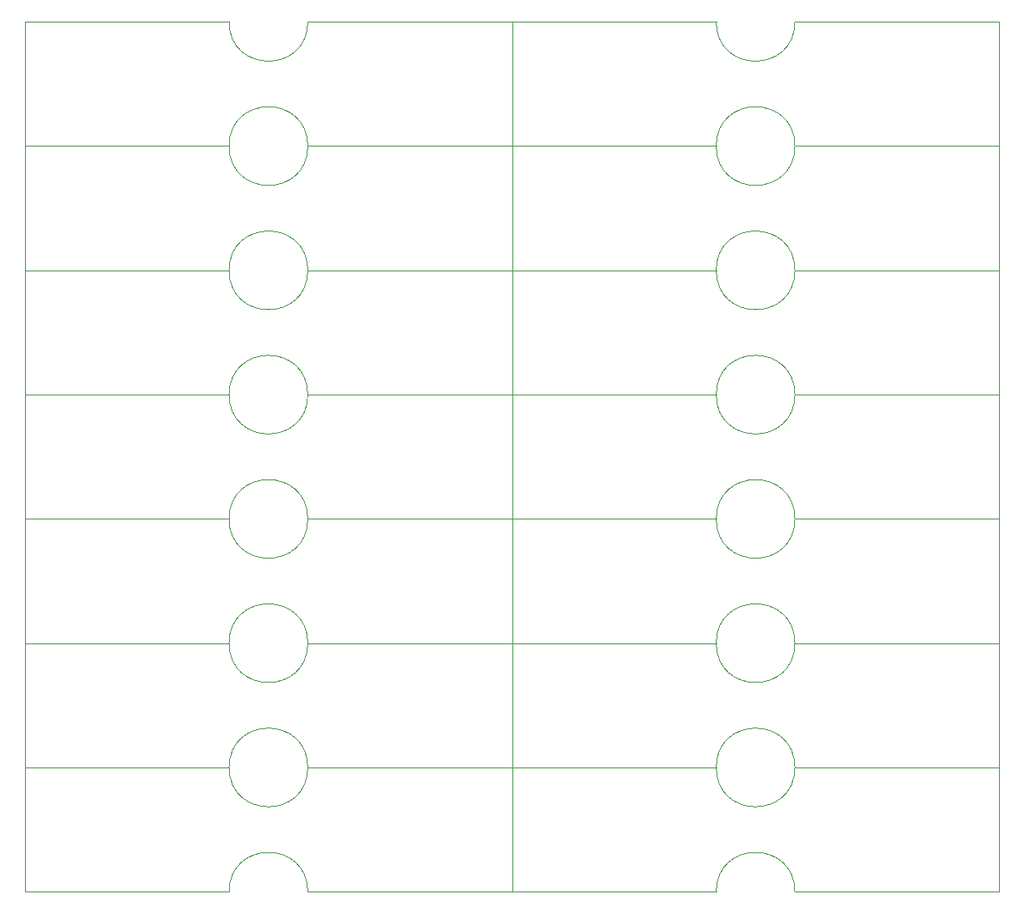
<source format=gbr>
%TF.GenerationSoftware,KiCad,Pcbnew,6.0.11-2627ca5db0~126~ubuntu20.04.1*%
%TF.CreationDate,2024-03-14T23:27:01-05:00*%
%TF.ProjectId,,58585858-5858-4585-9858-585858585858,rev?*%
%TF.SameCoordinates,Original*%
%TF.FileFunction,Paste,Bot*%
%TF.FilePolarity,Positive*%
%FSLAX46Y46*%
G04 Gerber Fmt 4.6, Leading zero omitted, Abs format (unit mm)*
G04 Created by KiCad (PCBNEW 6.0.11-2627ca5db0~126~ubuntu20.04.1) date 2024-03-14 23:27:01*
%MOMM*%
%LPD*%
G01*
G04 APERTURE LIST*
%TA.AperFunction,Profile*%
%ADD10C,0.100000*%
%TD*%
G04 APERTURE END LIST*
D10*
X152800000Y-131262800D02*
G75*
G03*
X160800000Y-131262800I4000000J0D01*
G01*
X181550000Y-131262800D02*
X181550000Y-143902800D01*
X160800000Y-131262800D02*
X181550000Y-131262800D01*
X132050000Y-131262800D02*
X132050000Y-143902800D01*
X160800000Y-143902800D02*
X181550000Y-143902800D01*
X132050000Y-143902800D02*
X152800000Y-143902800D01*
X160800000Y-143902800D02*
G75*
G03*
X152800000Y-143902800I-4000000J0D01*
G01*
X132050000Y-131262800D02*
X152800000Y-131262800D01*
X103300000Y-131262800D02*
G75*
G03*
X111300000Y-131262800I4000000J0D01*
G01*
X132050000Y-131262800D02*
X132050000Y-143902800D01*
X111300000Y-131262800D02*
X132050000Y-131262800D01*
X82550000Y-131262800D02*
X82550000Y-143902800D01*
X111300000Y-143902800D02*
X132050000Y-143902800D01*
X82550000Y-143902800D02*
X103300000Y-143902800D01*
X111300000Y-143902800D02*
G75*
G03*
X103300000Y-143902800I-4000000J0D01*
G01*
X82550000Y-131262800D02*
X103300000Y-131262800D01*
X152800000Y-118622800D02*
G75*
G03*
X160800000Y-118622800I4000000J0D01*
G01*
X181550000Y-118622800D02*
X181550000Y-131262800D01*
X160800000Y-118622800D02*
X181550000Y-118622800D01*
X132050000Y-118622800D02*
X132050000Y-131262800D01*
X160800000Y-131262800D02*
X181550000Y-131262800D01*
X132050000Y-131262800D02*
X152800000Y-131262800D01*
X160800000Y-131262800D02*
G75*
G03*
X152800000Y-131262800I-4000000J0D01*
G01*
X132050000Y-118622800D02*
X152800000Y-118622800D01*
X103300000Y-118622800D02*
G75*
G03*
X111300000Y-118622800I4000000J0D01*
G01*
X132050000Y-118622800D02*
X132050000Y-131262800D01*
X111300000Y-118622800D02*
X132050000Y-118622800D01*
X82550000Y-118622800D02*
X82550000Y-131262800D01*
X111300000Y-131262800D02*
X132050000Y-131262800D01*
X82550000Y-131262800D02*
X103300000Y-131262800D01*
X111300000Y-131262800D02*
G75*
G03*
X103300000Y-131262800I-4000000J0D01*
G01*
X82550000Y-118622800D02*
X103300000Y-118622800D01*
X152800000Y-105982800D02*
G75*
G03*
X160800000Y-105982800I4000000J0D01*
G01*
X181550000Y-105982800D02*
X181550000Y-118622800D01*
X160800000Y-105982800D02*
X181550000Y-105982800D01*
X132050000Y-105982800D02*
X132050000Y-118622800D01*
X160800000Y-118622800D02*
X181550000Y-118622800D01*
X132050000Y-118622800D02*
X152800000Y-118622800D01*
X160800000Y-118622800D02*
G75*
G03*
X152800000Y-118622800I-4000000J0D01*
G01*
X132050000Y-105982800D02*
X152800000Y-105982800D01*
X103300000Y-105982800D02*
G75*
G03*
X111300000Y-105982800I4000000J0D01*
G01*
X132050000Y-105982800D02*
X132050000Y-118622800D01*
X111300000Y-105982800D02*
X132050000Y-105982800D01*
X82550000Y-105982800D02*
X82550000Y-118622800D01*
X111300000Y-118622800D02*
X132050000Y-118622800D01*
X82550000Y-118622800D02*
X103300000Y-118622800D01*
X111300000Y-118622800D02*
G75*
G03*
X103300000Y-118622800I-4000000J0D01*
G01*
X82550000Y-105982800D02*
X103300000Y-105982800D01*
X152800000Y-93342800D02*
G75*
G03*
X160800000Y-93342800I4000000J0D01*
G01*
X181550000Y-93342800D02*
X181550000Y-105982800D01*
X160800000Y-93342800D02*
X181550000Y-93342800D01*
X132050000Y-93342800D02*
X132050000Y-105982800D01*
X160800000Y-105982800D02*
X181550000Y-105982800D01*
X132050000Y-105982800D02*
X152800000Y-105982800D01*
X160800000Y-105982800D02*
G75*
G03*
X152800000Y-105982800I-4000000J0D01*
G01*
X132050000Y-93342800D02*
X152800000Y-93342800D01*
X103300000Y-93342800D02*
G75*
G03*
X111300000Y-93342800I4000000J0D01*
G01*
X132050000Y-93342800D02*
X132050000Y-105982800D01*
X111300000Y-93342800D02*
X132050000Y-93342800D01*
X82550000Y-93342800D02*
X82550000Y-105982800D01*
X111300000Y-105982800D02*
X132050000Y-105982800D01*
X82550000Y-105982800D02*
X103300000Y-105982800D01*
X111300000Y-105982800D02*
G75*
G03*
X103300000Y-105982800I-4000000J0D01*
G01*
X82550000Y-93342800D02*
X103300000Y-93342800D01*
X152800000Y-80702800D02*
G75*
G03*
X160800000Y-80702800I4000000J0D01*
G01*
X181550000Y-80702800D02*
X181550000Y-93342800D01*
X160800000Y-80702800D02*
X181550000Y-80702800D01*
X132050000Y-80702800D02*
X132050000Y-93342800D01*
X160800000Y-93342800D02*
X181550000Y-93342800D01*
X132050000Y-93342800D02*
X152800000Y-93342800D01*
X160800000Y-93342800D02*
G75*
G03*
X152800000Y-93342800I-4000000J0D01*
G01*
X132050000Y-80702800D02*
X152800000Y-80702800D01*
X103300000Y-80702800D02*
G75*
G03*
X111300000Y-80702800I4000000J0D01*
G01*
X132050000Y-80702800D02*
X132050000Y-93342800D01*
X111300000Y-80702800D02*
X132050000Y-80702800D01*
X82550000Y-80702800D02*
X82550000Y-93342800D01*
X111300000Y-93342800D02*
X132050000Y-93342800D01*
X82550000Y-93342800D02*
X103300000Y-93342800D01*
X111300000Y-93342800D02*
G75*
G03*
X103300000Y-93342800I-4000000J0D01*
G01*
X82550000Y-80702800D02*
X103300000Y-80702800D01*
X152800000Y-68062800D02*
G75*
G03*
X160800000Y-68062800I4000000J0D01*
G01*
X181550000Y-68062800D02*
X181550000Y-80702800D01*
X160800000Y-68062800D02*
X181550000Y-68062800D01*
X132050000Y-68062800D02*
X132050000Y-80702800D01*
X160800000Y-80702800D02*
X181550000Y-80702800D01*
X132050000Y-80702800D02*
X152800000Y-80702800D01*
X160800000Y-80702800D02*
G75*
G03*
X152800000Y-80702800I-4000000J0D01*
G01*
X132050000Y-68062800D02*
X152800000Y-68062800D01*
X103300000Y-68062800D02*
G75*
G03*
X111300000Y-68062800I4000000J0D01*
G01*
X132050000Y-68062800D02*
X132050000Y-80702800D01*
X111300000Y-68062800D02*
X132050000Y-68062800D01*
X82550000Y-68062800D02*
X82550000Y-80702800D01*
X111300000Y-80702800D02*
X132050000Y-80702800D01*
X82550000Y-80702800D02*
X103300000Y-80702800D01*
X111300000Y-80702800D02*
G75*
G03*
X103300000Y-80702800I-4000000J0D01*
G01*
X82550000Y-68062800D02*
X103300000Y-68062800D01*
X152800000Y-55422800D02*
G75*
G03*
X160800000Y-55422800I4000000J0D01*
G01*
X181550000Y-55422800D02*
X181550000Y-68062800D01*
X160800000Y-55422800D02*
X181550000Y-55422800D01*
X132050000Y-55422800D02*
X132050000Y-68062800D01*
X160800000Y-68062800D02*
X181550000Y-68062800D01*
X132050000Y-68062800D02*
X152800000Y-68062800D01*
X160800000Y-68062800D02*
G75*
G03*
X152800000Y-68062800I-4000000J0D01*
G01*
X132050000Y-55422800D02*
X152800000Y-55422800D01*
X103300000Y-55422800D02*
G75*
G03*
X111300000Y-55422800I4000000J0D01*
G01*
X111300000Y-55422800D02*
X132050000Y-55422800D01*
X82550000Y-55422800D02*
X103300000Y-55422800D01*
X82550000Y-68062800D02*
X103300000Y-68062800D01*
X111300000Y-68062800D02*
X132050000Y-68062800D01*
X132050000Y-55422800D02*
X132050000Y-68062800D01*
X111300000Y-68062800D02*
G75*
G03*
X103300000Y-68062800I-4000000J0D01*
G01*
X82550000Y-55422800D02*
X82550000Y-68062800D01*
M02*

</source>
